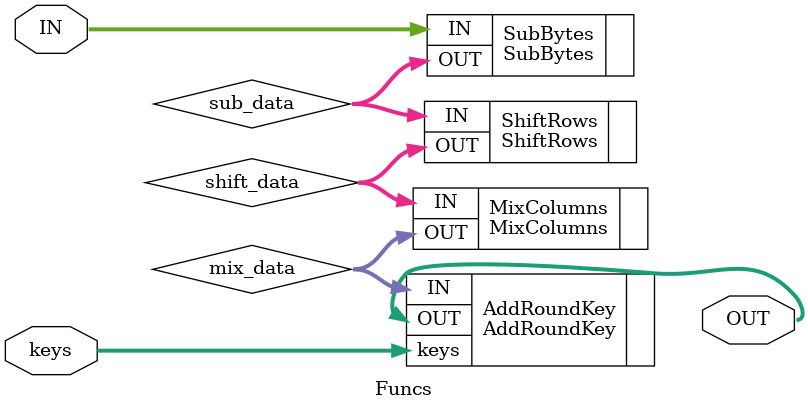
<source format=v>
module Funcs(

    input       [127:0]           IN,
    input       [127:0]            keys,
    output      [127:0]           OUT

);

wire            [127:0]           sub_data      , 
                                  shift_data    , 
                                  mix_data      ;


SubBytes SubBytes (
    .IN(IN),
    .OUT(sub_data)
);

ShiftRows ShiftRows (
    .IN(sub_data),
    .OUT(shift_data)
);

MixColumns MixColumns (
    .IN(shift_data),
    .OUT(mix_data)
);

AddRoundKey AddRoundKey (
    .IN(mix_data),
    .keys(keys),
    .OUT(OUT)
);


endmodule
</source>
